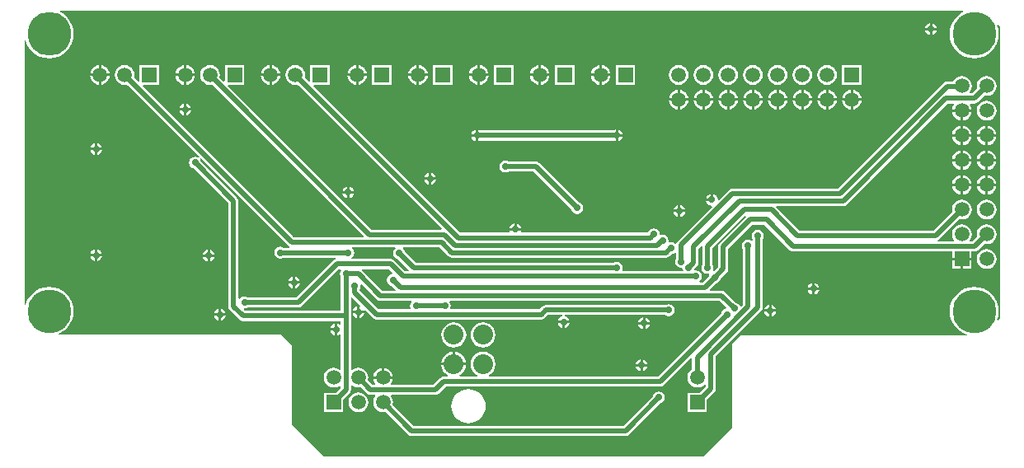
<source format=gbl>
G04*
G04 #@! TF.GenerationSoftware,Altium Limited,Altium Designer,19.0.15 (446)*
G04*
G04 Layer_Physical_Order=2*
G04 Layer_Color=16711680*
%FSLAX25Y25*%
%MOIN*%
G70*
G01*
G75*
%ADD95C,0.02000*%
%ADD96C,0.17717*%
%ADD97O,0.17717X0.17717*%
%ADD98R,0.05906X0.05906*%
%ADD99C,0.05906*%
%ADD100R,0.05906X0.05906*%
%ADD101C,0.05906*%
%ADD102C,0.08000*%
%ADD103R,0.05906X0.05906*%
%ADD104C,0.02756*%
G36*
X381234Y181500D02*
X379997Y180839D01*
X378495Y179607D01*
X377263Y178106D01*
X376348Y176393D01*
X375784Y174535D01*
X375594Y172602D01*
X375784Y170670D01*
X376348Y168812D01*
X377263Y167099D01*
X378495Y165598D01*
X379997Y164366D01*
X381709Y163451D01*
X383568Y162887D01*
X385500Y162696D01*
X387433Y162887D01*
X389291Y163451D01*
X391003Y164366D01*
X392505Y165598D01*
X393737Y167099D01*
X394652Y168812D01*
X395216Y170670D01*
X395406Y172602D01*
X395216Y174535D01*
X394774Y175989D01*
X395213Y176265D01*
X395500Y176000D01*
X396000Y175500D01*
Y57500D01*
X395204Y56704D01*
X394762Y56969D01*
X395216Y58465D01*
X395406Y60398D01*
X395216Y62330D01*
X394652Y64188D01*
X393737Y65901D01*
X392505Y67402D01*
X391003Y68634D01*
X389291Y69550D01*
X387433Y70113D01*
X385500Y70304D01*
X383568Y70113D01*
X381709Y69550D01*
X379997Y68634D01*
X378495Y67402D01*
X377263Y65901D01*
X376348Y64188D01*
X375784Y62330D01*
X375594Y60398D01*
X375784Y58465D01*
X376348Y56607D01*
X377263Y54894D01*
X378495Y53393D01*
X379997Y52161D01*
X381709Y51246D01*
X382519Y51000D01*
X382445Y50500D01*
X291000D01*
X287500Y47000D01*
Y13000D01*
X276000Y1500D01*
X122500D01*
X109500Y14500D01*
Y46500D01*
X105181Y50819D01*
X15537D01*
X15412Y51319D01*
X16988Y52161D01*
X18489Y53393D01*
X19721Y54894D01*
X20636Y56607D01*
X21200Y58465D01*
X21390Y60398D01*
X21200Y62330D01*
X20636Y64188D01*
X19721Y65901D01*
X18489Y67402D01*
X16988Y68634D01*
X15275Y69550D01*
X13417Y70113D01*
X11484Y70304D01*
X9552Y70113D01*
X7693Y69550D01*
X5981Y68634D01*
X4480Y67402D01*
X3248Y65901D01*
X2332Y64188D01*
X2000Y63093D01*
X1500Y63167D01*
Y169833D01*
X2000Y169907D01*
X2332Y168812D01*
X3248Y167099D01*
X4480Y165598D01*
X5981Y164366D01*
X7693Y163451D01*
X9552Y162887D01*
X11484Y162696D01*
X13417Y162887D01*
X15275Y163451D01*
X16988Y164366D01*
X18489Y165598D01*
X19721Y167099D01*
X20636Y168812D01*
X21200Y170670D01*
X21390Y172602D01*
X21200Y174535D01*
X20636Y176393D01*
X19721Y178106D01*
X18489Y179607D01*
X16988Y180839D01*
X15751Y181500D01*
X15876Y182000D01*
X381108D01*
X381234Y181500D01*
D02*
G37*
%LPC*%
G36*
X368500Y176825D02*
Y175000D01*
X370325D01*
X370240Y175428D01*
X369714Y176214D01*
X368928Y176740D01*
X368500Y176825D01*
D02*
G37*
G36*
X367500D02*
X367072Y176740D01*
X366286Y176214D01*
X365760Y175428D01*
X365675Y175000D01*
X367500D01*
Y176825D01*
D02*
G37*
G36*
X370325Y174000D02*
X368500D01*
Y172175D01*
X368928Y172260D01*
X369714Y172786D01*
X370240Y173572D01*
X370325Y174000D01*
D02*
G37*
G36*
X367500D02*
X365675D01*
X365760Y173572D01*
X366286Y172786D01*
X367072Y172260D01*
X367500Y172175D01*
Y174000D01*
D02*
G37*
G36*
X101500Y159921D02*
Y156500D01*
X104921D01*
X104851Y157032D01*
X104453Y157993D01*
X103819Y158819D01*
X102993Y159453D01*
X102032Y159851D01*
X101500Y159921D01*
D02*
G37*
G36*
X136500D02*
Y156500D01*
X139921D01*
X139851Y157032D01*
X139453Y157993D01*
X138819Y158819D01*
X137993Y159453D01*
X137032Y159851D01*
X136500Y159921D01*
D02*
G37*
G36*
X67000D02*
Y156500D01*
X70421D01*
X70351Y157032D01*
X69953Y157993D01*
X69319Y158819D01*
X68493Y159453D01*
X67532Y159851D01*
X67000Y159921D01*
D02*
G37*
G36*
X161125D02*
Y156500D01*
X164546D01*
X164476Y157032D01*
X164078Y157993D01*
X163444Y158819D01*
X162618Y159453D01*
X161657Y159851D01*
X161125Y159921D01*
D02*
G37*
G36*
X32500D02*
Y156500D01*
X35921D01*
X35851Y157032D01*
X35453Y157993D01*
X34819Y158819D01*
X33993Y159453D01*
X33032Y159851D01*
X32500Y159921D01*
D02*
G37*
G36*
X185750Y159921D02*
Y156500D01*
X189171D01*
X189101Y157032D01*
X188703Y157993D01*
X188069Y158819D01*
X187243Y159453D01*
X186282Y159851D01*
X185750Y159921D01*
D02*
G37*
G36*
X235000D02*
Y156500D01*
X238421D01*
X238351Y157032D01*
X237953Y157993D01*
X237319Y158819D01*
X236493Y159453D01*
X235532Y159851D01*
X235000Y159921D01*
D02*
G37*
G36*
X210375D02*
Y156500D01*
X213796D01*
X213726Y157032D01*
X213328Y157993D01*
X212694Y158819D01*
X211868Y159453D01*
X210907Y159851D01*
X210375Y159921D01*
D02*
G37*
G36*
X184750Y159921D02*
X184218Y159851D01*
X183257Y159453D01*
X182431Y158819D01*
X181797Y157993D01*
X181399Y157032D01*
X181329Y156500D01*
X184750D01*
Y159921D01*
D02*
G37*
G36*
X234000D02*
X233468Y159851D01*
X232507Y159453D01*
X231681Y158819D01*
X231047Y157993D01*
X230649Y157032D01*
X230579Y156500D01*
X234000D01*
Y159921D01*
D02*
G37*
G36*
X209375D02*
X208843Y159851D01*
X207882Y159453D01*
X207056Y158819D01*
X206422Y157993D01*
X206024Y157032D01*
X205954Y156500D01*
X209375D01*
Y159921D01*
D02*
G37*
G36*
X135500D02*
X134968Y159851D01*
X134007Y159453D01*
X133181Y158819D01*
X132547Y157993D01*
X132149Y157032D01*
X132079Y156500D01*
X135500D01*
Y159921D01*
D02*
G37*
G36*
X100500D02*
X99968Y159851D01*
X99007Y159453D01*
X98181Y158819D01*
X97547Y157993D01*
X97149Y157032D01*
X97079Y156500D01*
X100500D01*
Y159921D01*
D02*
G37*
G36*
X160125D02*
X159593Y159851D01*
X158632Y159453D01*
X157806Y158819D01*
X157172Y157993D01*
X156774Y157032D01*
X156704Y156500D01*
X160125D01*
Y159921D01*
D02*
G37*
G36*
X66000D02*
X65468Y159851D01*
X64507Y159453D01*
X63681Y158819D01*
X63047Y157993D01*
X62649Y157032D01*
X62579Y156500D01*
X66000D01*
Y159921D01*
D02*
G37*
G36*
X31500D02*
X30968Y159851D01*
X30007Y159453D01*
X29181Y158819D01*
X28547Y157993D01*
X28149Y157032D01*
X28079Y156500D01*
X31500D01*
Y159921D01*
D02*
G37*
G36*
X234000Y155500D02*
X230579D01*
X230649Y154968D01*
X231047Y154007D01*
X231681Y153181D01*
X232507Y152547D01*
X233468Y152149D01*
X234000Y152079D01*
Y155500D01*
D02*
G37*
G36*
X209375D02*
X205954D01*
X206024Y154968D01*
X206422Y154007D01*
X207056Y153181D01*
X207882Y152547D01*
X208843Y152149D01*
X209375Y152079D01*
Y155500D01*
D02*
G37*
G36*
X184750D02*
X181329D01*
X181399Y154968D01*
X181797Y154007D01*
X182431Y153181D01*
X183257Y152547D01*
X184218Y152149D01*
X184750Y152079D01*
Y155500D01*
D02*
G37*
G36*
X164546D02*
X161125D01*
Y152079D01*
X161657Y152149D01*
X162618Y152547D01*
X163444Y153181D01*
X164078Y154007D01*
X164476Y154968D01*
X164546Y155500D01*
D02*
G37*
G36*
X139921D02*
X136500D01*
Y152079D01*
X137032Y152149D01*
X137993Y152547D01*
X138819Y153181D01*
X139453Y154007D01*
X139851Y154968D01*
X139921Y155500D01*
D02*
G37*
G36*
X104921D02*
X101500D01*
Y152079D01*
X102032Y152149D01*
X102993Y152547D01*
X103819Y153181D01*
X104453Y154007D01*
X104851Y154968D01*
X104921Y155500D01*
D02*
G37*
G36*
X70421D02*
X67000D01*
Y152079D01*
X67532Y152149D01*
X68493Y152547D01*
X69319Y153181D01*
X69953Y154007D01*
X70351Y154968D01*
X70421Y155500D01*
D02*
G37*
G36*
X35921D02*
X32500D01*
Y152079D01*
X33032Y152149D01*
X33993Y152547D01*
X34819Y153181D01*
X35453Y154007D01*
X35851Y154968D01*
X35921Y155500D01*
D02*
G37*
G36*
X160125D02*
X156704D01*
X156774Y154968D01*
X157172Y154007D01*
X157806Y153181D01*
X158632Y152547D01*
X159593Y152149D01*
X160125Y152079D01*
Y155500D01*
D02*
G37*
G36*
X135500D02*
X132079D01*
X132149Y154968D01*
X132547Y154007D01*
X133181Y153181D01*
X134007Y152547D01*
X134968Y152149D01*
X135500Y152079D01*
Y155500D01*
D02*
G37*
G36*
X100500D02*
X97079D01*
X97149Y154968D01*
X97547Y154007D01*
X98181Y153181D01*
X99007Y152547D01*
X99968Y152149D01*
X100500Y152079D01*
Y155500D01*
D02*
G37*
G36*
X66000D02*
X62579D01*
X62649Y154968D01*
X63047Y154007D01*
X63681Y153181D01*
X64507Y152547D01*
X65468Y152149D01*
X66000Y152079D01*
Y155500D01*
D02*
G37*
G36*
X31500D02*
X28079D01*
X28149Y154968D01*
X28547Y154007D01*
X29181Y153181D01*
X30007Y152547D01*
X30968Y152149D01*
X31500Y152079D01*
Y155500D01*
D02*
G37*
G36*
X238421D02*
X235000D01*
Y152079D01*
X235532Y152149D01*
X236493Y152547D01*
X237319Y153181D01*
X237953Y154007D01*
X238351Y154968D01*
X238421Y155500D01*
D02*
G37*
G36*
X213796D02*
X210375D01*
Y152079D01*
X210907Y152149D01*
X211868Y152547D01*
X212694Y153181D01*
X213328Y154007D01*
X213726Y154968D01*
X213796Y155500D01*
D02*
G37*
G36*
X189171D02*
X185750D01*
Y152079D01*
X186282Y152149D01*
X187243Y152547D01*
X188069Y153181D01*
X188703Y154007D01*
X189101Y154968D01*
X189171Y155500D01*
D02*
G37*
G36*
X339953Y159953D02*
X332047D01*
Y152047D01*
X339953D01*
Y159953D01*
D02*
G37*
G36*
X248453D02*
X240547D01*
Y152047D01*
X248453D01*
Y159953D01*
D02*
G37*
G36*
X223828D02*
X215922D01*
Y152047D01*
X223828D01*
Y159953D01*
D02*
G37*
G36*
X199203D02*
X191297D01*
Y152047D01*
X199203D01*
Y159953D01*
D02*
G37*
G36*
X174578D02*
X166672D01*
Y152047D01*
X174578D01*
Y159953D01*
D02*
G37*
G36*
X149953D02*
X142047D01*
Y152047D01*
X149953D01*
Y159953D01*
D02*
G37*
G36*
X326000Y159987D02*
X324968Y159851D01*
X324007Y159453D01*
X323181Y158819D01*
X322547Y157993D01*
X322149Y157032D01*
X322013Y156000D01*
X322149Y154968D01*
X322547Y154007D01*
X323181Y153181D01*
X324007Y152547D01*
X324968Y152149D01*
X326000Y152013D01*
X327032Y152149D01*
X327993Y152547D01*
X328819Y153181D01*
X329453Y154007D01*
X329851Y154968D01*
X329987Y156000D01*
X329851Y157032D01*
X329453Y157993D01*
X328819Y158819D01*
X327993Y159453D01*
X327032Y159851D01*
X326000Y159987D01*
D02*
G37*
G36*
X316000D02*
X314968Y159851D01*
X314006Y159453D01*
X313181Y158819D01*
X312547Y157993D01*
X312149Y157032D01*
X312013Y156000D01*
X312149Y154968D01*
X312547Y154007D01*
X313181Y153181D01*
X314006Y152547D01*
X314968Y152149D01*
X316000Y152013D01*
X317032Y152149D01*
X317993Y152547D01*
X318819Y153181D01*
X319453Y154007D01*
X319851Y154968D01*
X319987Y156000D01*
X319851Y157032D01*
X319453Y157993D01*
X318819Y158819D01*
X317993Y159453D01*
X317032Y159851D01*
X316000Y159987D01*
D02*
G37*
G36*
X306000D02*
X304968Y159851D01*
X304007Y159453D01*
X303181Y158819D01*
X302547Y157993D01*
X302149Y157032D01*
X302013Y156000D01*
X302149Y154968D01*
X302547Y154007D01*
X303181Y153181D01*
X304007Y152547D01*
X304968Y152149D01*
X306000Y152013D01*
X307032Y152149D01*
X307993Y152547D01*
X308819Y153181D01*
X309453Y154007D01*
X309851Y154968D01*
X309987Y156000D01*
X309851Y157032D01*
X309453Y157993D01*
X308819Y158819D01*
X307993Y159453D01*
X307032Y159851D01*
X306000Y159987D01*
D02*
G37*
G36*
X296000D02*
X294968Y159851D01*
X294006Y159453D01*
X293181Y158819D01*
X292547Y157993D01*
X292149Y157032D01*
X292013Y156000D01*
X292149Y154968D01*
X292547Y154007D01*
X293181Y153181D01*
X294006Y152547D01*
X294968Y152149D01*
X296000Y152013D01*
X297032Y152149D01*
X297993Y152547D01*
X298819Y153181D01*
X299453Y154007D01*
X299851Y154968D01*
X299987Y156000D01*
X299851Y157032D01*
X299453Y157993D01*
X298819Y158819D01*
X297993Y159453D01*
X297032Y159851D01*
X296000Y159987D01*
D02*
G37*
G36*
X286000D02*
X284968Y159851D01*
X284007Y159453D01*
X283181Y158819D01*
X282547Y157993D01*
X282149Y157032D01*
X282013Y156000D01*
X282149Y154968D01*
X282547Y154007D01*
X283181Y153181D01*
X284007Y152547D01*
X284968Y152149D01*
X286000Y152013D01*
X287032Y152149D01*
X287993Y152547D01*
X288819Y153181D01*
X289453Y154007D01*
X289851Y154968D01*
X289987Y156000D01*
X289851Y157032D01*
X289453Y157993D01*
X288819Y158819D01*
X287993Y159453D01*
X287032Y159851D01*
X286000Y159987D01*
D02*
G37*
G36*
X276000D02*
X274968Y159851D01*
X274007Y159453D01*
X273181Y158819D01*
X272547Y157993D01*
X272149Y157032D01*
X272013Y156000D01*
X272149Y154968D01*
X272547Y154007D01*
X273181Y153181D01*
X274007Y152547D01*
X274968Y152149D01*
X276000Y152013D01*
X277032Y152149D01*
X277993Y152547D01*
X278819Y153181D01*
X279453Y154007D01*
X279851Y154968D01*
X279987Y156000D01*
X279851Y157032D01*
X279453Y157993D01*
X278819Y158819D01*
X277993Y159453D01*
X277032Y159851D01*
X276000Y159987D01*
D02*
G37*
G36*
X266000D02*
X264968Y159851D01*
X264006Y159453D01*
X263181Y158819D01*
X262547Y157993D01*
X262149Y157032D01*
X262013Y156000D01*
X262149Y154968D01*
X262547Y154007D01*
X263181Y153181D01*
X264006Y152547D01*
X264968Y152149D01*
X266000Y152013D01*
X267032Y152149D01*
X267993Y152547D01*
X268819Y153181D01*
X269453Y154007D01*
X269851Y154968D01*
X269987Y156000D01*
X269851Y157032D01*
X269453Y157993D01*
X268819Y158819D01*
X267993Y159453D01*
X267032Y159851D01*
X266000Y159987D01*
D02*
G37*
G36*
X336500Y149921D02*
Y146500D01*
X339921D01*
X339851Y147032D01*
X339453Y147993D01*
X338819Y148819D01*
X337993Y149453D01*
X337032Y149851D01*
X336500Y149921D01*
D02*
G37*
G36*
X316500D02*
Y146500D01*
X319921D01*
X319851Y147032D01*
X319453Y147993D01*
X318819Y148819D01*
X317993Y149453D01*
X317032Y149851D01*
X316500Y149921D01*
D02*
G37*
G36*
X296500D02*
Y146500D01*
X299921D01*
X299851Y147032D01*
X299453Y147993D01*
X298819Y148819D01*
X297993Y149453D01*
X297032Y149851D01*
X296500Y149921D01*
D02*
G37*
G36*
X286500D02*
Y146500D01*
X289921D01*
X289851Y147032D01*
X289453Y147993D01*
X288819Y148819D01*
X287993Y149453D01*
X287032Y149851D01*
X286500Y149921D01*
D02*
G37*
G36*
X276500D02*
Y146500D01*
X279921D01*
X279851Y147032D01*
X279453Y147993D01*
X278819Y148819D01*
X277993Y149453D01*
X277032Y149851D01*
X276500Y149921D01*
D02*
G37*
G36*
X266500D02*
Y146500D01*
X269921D01*
X269851Y147032D01*
X269453Y147993D01*
X268819Y148819D01*
X267993Y149453D01*
X267032Y149851D01*
X266500Y149921D01*
D02*
G37*
G36*
X326500D02*
Y146500D01*
X329921D01*
X329851Y147032D01*
X329453Y147993D01*
X328819Y148819D01*
X327993Y149453D01*
X327032Y149851D01*
X326500Y149921D01*
D02*
G37*
G36*
X306500D02*
Y146500D01*
X309921D01*
X309851Y147032D01*
X309453Y147993D01*
X308819Y148819D01*
X307993Y149453D01*
X307032Y149851D01*
X306500Y149921D01*
D02*
G37*
G36*
X335500Y149921D02*
X334968Y149851D01*
X334007Y149453D01*
X333181Y148819D01*
X332547Y147993D01*
X332149Y147032D01*
X332079Y146500D01*
X335500D01*
Y149921D01*
D02*
G37*
G36*
X315500D02*
X314968Y149851D01*
X314006Y149453D01*
X313181Y148819D01*
X312547Y147993D01*
X312149Y147032D01*
X312079Y146500D01*
X315500D01*
Y149921D01*
D02*
G37*
G36*
X295500D02*
X294968Y149851D01*
X294006Y149453D01*
X293181Y148819D01*
X292547Y147993D01*
X292149Y147032D01*
X292079Y146500D01*
X295500D01*
Y149921D01*
D02*
G37*
G36*
X285500D02*
X284968Y149851D01*
X284007Y149453D01*
X283181Y148819D01*
X282547Y147993D01*
X282149Y147032D01*
X282079Y146500D01*
X285500D01*
Y149921D01*
D02*
G37*
G36*
X275500D02*
X274968Y149851D01*
X274007Y149453D01*
X273181Y148819D01*
X272547Y147993D01*
X272149Y147032D01*
X272079Y146500D01*
X275500D01*
Y149921D01*
D02*
G37*
G36*
X265500D02*
X264968Y149851D01*
X264006Y149453D01*
X263181Y148819D01*
X262547Y147993D01*
X262149Y147032D01*
X262079Y146500D01*
X265500D01*
Y149921D01*
D02*
G37*
G36*
X325500D02*
X324968Y149851D01*
X324007Y149453D01*
X323181Y148819D01*
X322547Y147993D01*
X322149Y147032D01*
X322079Y146500D01*
X325500D01*
Y149921D01*
D02*
G37*
G36*
X305500D02*
X304968Y149851D01*
X304007Y149453D01*
X303181Y148819D01*
X302547Y147993D01*
X302149Y147032D01*
X302079Y146500D01*
X305500D01*
Y149921D01*
D02*
G37*
G36*
X67000Y144325D02*
Y142500D01*
X68825D01*
X68740Y142928D01*
X68214Y143714D01*
X67428Y144240D01*
X67000Y144325D01*
D02*
G37*
G36*
X66000D02*
X65572Y144240D01*
X64786Y143714D01*
X64260Y142928D01*
X64175Y142500D01*
X66000D01*
Y144325D01*
D02*
G37*
G36*
X335500Y145500D02*
X332079D01*
X332149Y144968D01*
X332547Y144007D01*
X333181Y143181D01*
X334007Y142547D01*
X334968Y142149D01*
X335500Y142079D01*
Y145500D01*
D02*
G37*
G36*
X325500D02*
X322079D01*
X322149Y144968D01*
X322547Y144007D01*
X323181Y143181D01*
X324007Y142547D01*
X324968Y142149D01*
X325500Y142079D01*
Y145500D01*
D02*
G37*
G36*
X315500D02*
X312079D01*
X312149Y144968D01*
X312547Y144007D01*
X313181Y143181D01*
X314006Y142547D01*
X314968Y142149D01*
X315500Y142079D01*
Y145500D01*
D02*
G37*
G36*
X305500D02*
X302079D01*
X302149Y144968D01*
X302547Y144007D01*
X303181Y143181D01*
X304007Y142547D01*
X304968Y142149D01*
X305500Y142079D01*
Y145500D01*
D02*
G37*
G36*
X295500D02*
X292079D01*
X292149Y144968D01*
X292547Y144007D01*
X293181Y143181D01*
X294006Y142547D01*
X294968Y142149D01*
X295500Y142079D01*
Y145500D01*
D02*
G37*
G36*
X285500D02*
X282079D01*
X282149Y144968D01*
X282547Y144007D01*
X283181Y143181D01*
X284007Y142547D01*
X284968Y142149D01*
X285500Y142079D01*
Y145500D01*
D02*
G37*
G36*
X275500D02*
X272079D01*
X272149Y144968D01*
X272547Y144007D01*
X273181Y143181D01*
X274007Y142547D01*
X274968Y142149D01*
X275500Y142079D01*
Y145500D01*
D02*
G37*
G36*
X265500D02*
X262079D01*
X262149Y144968D01*
X262547Y144007D01*
X263181Y143181D01*
X264006Y142547D01*
X264968Y142149D01*
X265500Y142079D01*
Y145500D01*
D02*
G37*
G36*
X339921D02*
X336500D01*
Y142079D01*
X337032Y142149D01*
X337993Y142547D01*
X338819Y143181D01*
X339453Y144007D01*
X339851Y144968D01*
X339921Y145500D01*
D02*
G37*
G36*
X329921D02*
X326500D01*
Y142079D01*
X327032Y142149D01*
X327993Y142547D01*
X328819Y143181D01*
X329453Y144007D01*
X329851Y144968D01*
X329921Y145500D01*
D02*
G37*
G36*
X319921D02*
X316500D01*
Y142079D01*
X317032Y142149D01*
X317993Y142547D01*
X318819Y143181D01*
X319453Y144007D01*
X319851Y144968D01*
X319921Y145500D01*
D02*
G37*
G36*
X309921D02*
X306500D01*
Y142079D01*
X307032Y142149D01*
X307993Y142547D01*
X308819Y143181D01*
X309453Y144007D01*
X309851Y144968D01*
X309921Y145500D01*
D02*
G37*
G36*
X299921D02*
X296500D01*
Y142079D01*
X297032Y142149D01*
X297993Y142547D01*
X298819Y143181D01*
X299453Y144007D01*
X299851Y144968D01*
X299921Y145500D01*
D02*
G37*
G36*
X289921D02*
X286500D01*
Y142079D01*
X287032Y142149D01*
X287993Y142547D01*
X288819Y143181D01*
X289453Y144007D01*
X289851Y144968D01*
X289921Y145500D01*
D02*
G37*
G36*
X279921D02*
X276500D01*
Y142079D01*
X277032Y142149D01*
X277993Y142547D01*
X278819Y143181D01*
X279453Y144007D01*
X279851Y144968D01*
X279921Y145500D01*
D02*
G37*
G36*
X269921D02*
X266500D01*
Y142079D01*
X267032Y142149D01*
X267993Y142547D01*
X268819Y143181D01*
X269453Y144007D01*
X269851Y144968D01*
X269921Y145500D01*
D02*
G37*
G36*
X68825Y141500D02*
X67000D01*
Y139675D01*
X67428Y139760D01*
X68214Y140286D01*
X68740Y141072D01*
X68825Y141500D01*
D02*
G37*
G36*
X66000D02*
X64175D01*
X64260Y141072D01*
X64786Y140286D01*
X65572Y139760D01*
X66000Y139675D01*
Y141500D01*
D02*
G37*
G36*
X380000Y141000D02*
X376579D01*
X376649Y140468D01*
X377047Y139507D01*
X377681Y138681D01*
X378507Y138047D01*
X379468Y137649D01*
X380000Y137579D01*
Y141000D01*
D02*
G37*
G36*
X384421D02*
X381000D01*
Y137579D01*
X381532Y137649D01*
X382493Y138047D01*
X383319Y138681D01*
X383953Y139507D01*
X384351Y140468D01*
X384421Y141000D01*
D02*
G37*
G36*
X390500Y145487D02*
X389468Y145351D01*
X388507Y144953D01*
X387681Y144319D01*
X387047Y143493D01*
X386649Y142532D01*
X386513Y141500D01*
X386649Y140468D01*
X387047Y139507D01*
X387681Y138681D01*
X388507Y138047D01*
X389468Y137649D01*
X390500Y137513D01*
X391532Y137649D01*
X392493Y138047D01*
X393319Y138681D01*
X393953Y139507D01*
X394351Y140468D01*
X394487Y141500D01*
X394351Y142532D01*
X393953Y143493D01*
X393319Y144319D01*
X392493Y144953D01*
X391532Y145351D01*
X390500Y145487D01*
D02*
G37*
G36*
X240500Y133825D02*
X240072Y133740D01*
X239772Y133539D01*
X185738D01*
X185438Y133740D01*
X185010Y133825D01*
Y131500D01*
Y129175D01*
X185438Y129260D01*
X185738Y129461D01*
X239772D01*
X240072Y129260D01*
X240500Y129175D01*
Y131500D01*
Y133825D01*
D02*
G37*
G36*
X391000Y135421D02*
Y132000D01*
X394421D01*
X394351Y132532D01*
X393953Y133493D01*
X393319Y134319D01*
X392493Y134953D01*
X391532Y135351D01*
X391000Y135421D01*
D02*
G37*
G36*
X381000D02*
Y132000D01*
X384421D01*
X384351Y132532D01*
X383953Y133493D01*
X383319Y134319D01*
X382493Y134953D01*
X381532Y135351D01*
X381000Y135421D01*
D02*
G37*
G36*
X390000D02*
X389468Y135351D01*
X388507Y134953D01*
X387681Y134319D01*
X387047Y133493D01*
X386649Y132532D01*
X386579Y132000D01*
X390000D01*
Y135421D01*
D02*
G37*
G36*
X380000D02*
X379468Y135351D01*
X378507Y134953D01*
X377681Y134319D01*
X377047Y133493D01*
X376649Y132532D01*
X376579Y132000D01*
X380000D01*
Y135421D01*
D02*
G37*
G36*
X241500Y133825D02*
Y132000D01*
X243325D01*
X243240Y132428D01*
X242714Y133214D01*
X241928Y133740D01*
X241500Y133825D01*
D02*
G37*
G36*
X184010D02*
X183582Y133740D01*
X182795Y133214D01*
X182270Y132428D01*
X182185Y132000D01*
X184010D01*
Y133825D01*
D02*
G37*
G36*
X243325Y131000D02*
X241500D01*
Y129175D01*
X241928Y129260D01*
X242714Y129786D01*
X243240Y130572D01*
X243325Y131000D01*
D02*
G37*
G36*
X184010D02*
X182185D01*
X182270Y130572D01*
X182795Y129786D01*
X183582Y129260D01*
X184010Y129175D01*
Y131000D01*
D02*
G37*
G36*
X390000Y131000D02*
X386579D01*
X386649Y130468D01*
X387047Y129507D01*
X387681Y128681D01*
X388507Y128047D01*
X389468Y127649D01*
X390000Y127579D01*
Y131000D01*
D02*
G37*
G36*
X380000D02*
X376579D01*
X376649Y130468D01*
X377047Y129507D01*
X377681Y128681D01*
X378507Y128047D01*
X379468Y127649D01*
X380000Y127579D01*
Y131000D01*
D02*
G37*
G36*
X384421D02*
X381000D01*
Y127579D01*
X381532Y127649D01*
X382493Y128047D01*
X383319Y128681D01*
X383953Y129507D01*
X384351Y130468D01*
X384421Y131000D01*
D02*
G37*
G36*
X394421D02*
X391000D01*
Y127579D01*
X391532Y127649D01*
X392493Y128047D01*
X393319Y128681D01*
X393953Y129507D01*
X394351Y130468D01*
X394421Y131000D01*
D02*
G37*
G36*
X31000Y128325D02*
Y126500D01*
X32825D01*
X32740Y126928D01*
X32214Y127714D01*
X31428Y128240D01*
X31000Y128325D01*
D02*
G37*
G36*
X30000D02*
X29572Y128240D01*
X28786Y127714D01*
X28260Y126928D01*
X28175Y126500D01*
X30000D01*
Y128325D01*
D02*
G37*
G36*
X32825Y125500D02*
X31000D01*
Y123675D01*
X31428Y123760D01*
X32214Y124286D01*
X32740Y125072D01*
X32825Y125500D01*
D02*
G37*
G36*
X30000D02*
X28175D01*
X28260Y125072D01*
X28786Y124286D01*
X29572Y123760D01*
X30000Y123675D01*
Y125500D01*
D02*
G37*
G36*
X391000Y125421D02*
Y122000D01*
X394421D01*
X394351Y122532D01*
X393953Y123493D01*
X393319Y124319D01*
X392493Y124953D01*
X391532Y125351D01*
X391000Y125421D01*
D02*
G37*
G36*
X381000D02*
Y122000D01*
X384421D01*
X384351Y122532D01*
X383953Y123493D01*
X383319Y124319D01*
X382493Y124953D01*
X381532Y125351D01*
X381000Y125421D01*
D02*
G37*
G36*
X390000D02*
X389468Y125351D01*
X388507Y124953D01*
X387681Y124319D01*
X387047Y123493D01*
X386649Y122532D01*
X386579Y122000D01*
X390000D01*
Y125421D01*
D02*
G37*
G36*
X380000D02*
X379468Y125351D01*
X378507Y124953D01*
X377681Y124319D01*
X377047Y123493D01*
X376649Y122532D01*
X376579Y122000D01*
X380000D01*
Y125421D01*
D02*
G37*
G36*
X390000Y121000D02*
X386579D01*
X386649Y120468D01*
X387047Y119507D01*
X387681Y118681D01*
X388507Y118047D01*
X389468Y117649D01*
X390000Y117579D01*
Y121000D01*
D02*
G37*
G36*
X380000D02*
X376579D01*
X376649Y120468D01*
X377047Y119507D01*
X377681Y118681D01*
X378507Y118047D01*
X379468Y117649D01*
X380000Y117579D01*
Y121000D01*
D02*
G37*
G36*
X384421D02*
X381000D01*
Y117579D01*
X381532Y117649D01*
X382493Y118047D01*
X383319Y118681D01*
X383953Y119507D01*
X384351Y120468D01*
X384421Y121000D01*
D02*
G37*
G36*
X394421D02*
X391000D01*
Y117579D01*
X391532Y117649D01*
X392493Y118047D01*
X393319Y118681D01*
X393953Y119507D01*
X394351Y120468D01*
X394421Y121000D01*
D02*
G37*
G36*
X166000Y116325D02*
Y114500D01*
X167825D01*
X167740Y114928D01*
X167214Y115714D01*
X166428Y116240D01*
X166000Y116325D01*
D02*
G37*
G36*
X165000D02*
X164572Y116240D01*
X163786Y115714D01*
X163260Y114928D01*
X163175Y114500D01*
X165000D01*
Y116325D01*
D02*
G37*
G36*
X391000Y115421D02*
Y112000D01*
X394421D01*
X394351Y112532D01*
X393953Y113493D01*
X393319Y114319D01*
X392493Y114953D01*
X391532Y115351D01*
X391000Y115421D01*
D02*
G37*
G36*
X381000D02*
Y112000D01*
X384421D01*
X384351Y112532D01*
X383953Y113493D01*
X383319Y114319D01*
X382493Y114953D01*
X381532Y115351D01*
X381000Y115421D01*
D02*
G37*
G36*
X390000D02*
X389468Y115351D01*
X388507Y114953D01*
X387681Y114319D01*
X387047Y113493D01*
X386649Y112532D01*
X386579Y112000D01*
X390000D01*
Y115421D01*
D02*
G37*
G36*
X380000D02*
X379468Y115351D01*
X378507Y114953D01*
X377681Y114319D01*
X377047Y113493D01*
X376649Y112532D01*
X376579Y112000D01*
X380000D01*
Y115421D01*
D02*
G37*
G36*
X167825Y113500D02*
X166000D01*
Y111675D01*
X166428Y111760D01*
X167214Y112286D01*
X167740Y113072D01*
X167825Y113500D01*
D02*
G37*
G36*
X165000D02*
X163175D01*
X163260Y113072D01*
X163786Y112286D01*
X164572Y111760D01*
X165000Y111675D01*
Y113500D01*
D02*
G37*
G36*
X132928Y110825D02*
Y109000D01*
X134753D01*
X134668Y109428D01*
X134142Y110214D01*
X133356Y110740D01*
X132928Y110825D01*
D02*
G37*
G36*
X131928D02*
X131500Y110740D01*
X130713Y110214D01*
X130188Y109428D01*
X130103Y109000D01*
X131928D01*
Y110825D01*
D02*
G37*
G36*
X390000Y111000D02*
X386579D01*
X386649Y110468D01*
X387047Y109507D01*
X387681Y108681D01*
X388507Y108047D01*
X389468Y107649D01*
X390000Y107579D01*
Y111000D01*
D02*
G37*
G36*
X380000D02*
X376579D01*
X376649Y110468D01*
X377047Y109507D01*
X377681Y108681D01*
X378507Y108047D01*
X379468Y107649D01*
X380000Y107579D01*
Y111000D01*
D02*
G37*
G36*
X394421D02*
X391000D01*
Y107579D01*
X391532Y107649D01*
X392493Y108047D01*
X393319Y108681D01*
X393953Y109507D01*
X394351Y110468D01*
X394421Y111000D01*
D02*
G37*
G36*
X384421D02*
X381000D01*
Y107579D01*
X381532Y107649D01*
X382493Y108047D01*
X383319Y108681D01*
X383953Y109507D01*
X384351Y110468D01*
X384421Y111000D01*
D02*
G37*
G36*
X134753Y108000D02*
X132928D01*
Y106175D01*
X133356Y106260D01*
X134142Y106786D01*
X134668Y107572D01*
X134753Y108000D01*
D02*
G37*
G36*
X131928D02*
X130103D01*
X130188Y107572D01*
X130713Y106786D01*
X131500Y106260D01*
X131928Y106175D01*
Y108000D01*
D02*
G37*
G36*
X278953Y107825D02*
X278525Y107740D01*
X277738Y107214D01*
X277213Y106428D01*
X277128Y106000D01*
X278953D01*
Y107825D01*
D02*
G37*
G36*
X266740Y103325D02*
Y101500D01*
X268565D01*
X268480Y101928D01*
X267954Y102714D01*
X267168Y103240D01*
X266740Y103325D01*
D02*
G37*
G36*
X265740D02*
X265312Y103240D01*
X264526Y102714D01*
X264000Y101928D01*
X263915Y101500D01*
X265740D01*
Y103325D01*
D02*
G37*
G36*
X196000Y121424D02*
X195072Y121240D01*
X194286Y120714D01*
X193760Y119928D01*
X193576Y119000D01*
X193760Y118072D01*
X194286Y117286D01*
X195072Y116760D01*
X196000Y116576D01*
X196928Y116760D01*
X197228Y116961D01*
X207345D01*
X222701Y101604D01*
X222772Y101250D01*
X223297Y100463D01*
X224084Y99938D01*
X225012Y99753D01*
X225940Y99938D01*
X226726Y100463D01*
X227252Y101250D01*
X227436Y102178D01*
X227252Y103105D01*
X226726Y103892D01*
X225940Y104418D01*
X225585Y104488D01*
X209631Y120442D01*
X208970Y120884D01*
X208190Y121039D01*
X197228D01*
X196928Y121240D01*
X196000Y121424D01*
D02*
G37*
G36*
X268565Y100500D02*
X266740D01*
Y98675D01*
X267168Y98760D01*
X267954Y99286D01*
X268480Y100072D01*
X268565Y100500D01*
D02*
G37*
G36*
X265740D02*
X263915D01*
X264000Y100072D01*
X264526Y99286D01*
X265312Y98760D01*
X265740Y98675D01*
Y100500D01*
D02*
G37*
G36*
X390500Y105487D02*
X389468Y105351D01*
X388507Y104953D01*
X387681Y104319D01*
X387047Y103493D01*
X386649Y102532D01*
X386513Y101500D01*
X386649Y100468D01*
X387047Y99507D01*
X387681Y98681D01*
X388507Y98047D01*
X389468Y97649D01*
X390500Y97513D01*
X391532Y97649D01*
X392493Y98047D01*
X393319Y98681D01*
X393953Y99507D01*
X394351Y100468D01*
X394487Y101500D01*
X394351Y102532D01*
X393953Y103493D01*
X393319Y104319D01*
X392493Y104953D01*
X391532Y105351D01*
X390500Y105487D01*
D02*
G37*
G36*
X200500Y95825D02*
Y94000D01*
X202325D01*
X202240Y94428D01*
X201714Y95214D01*
X200928Y95740D01*
X200500Y95825D01*
D02*
G37*
G36*
X199500D02*
X199072Y95740D01*
X198286Y95214D01*
X197760Y94428D01*
X197675Y94000D01*
X199500D01*
Y95825D01*
D02*
G37*
G36*
X111000Y159987D02*
X109968Y159851D01*
X109007Y159453D01*
X108181Y158819D01*
X107547Y157993D01*
X107149Y157032D01*
X107013Y156000D01*
X107149Y154968D01*
X107547Y154007D01*
X108181Y153181D01*
X109007Y152547D01*
X109968Y152149D01*
X111000Y152013D01*
X111975Y152141D01*
X170237Y93879D01*
X170046Y93417D01*
X141967D01*
X83798Y151585D01*
X83990Y152047D01*
X90453D01*
Y159953D01*
X82547D01*
Y153490D01*
X82085Y153298D01*
X80359Y155025D01*
X80487Y156000D01*
X80351Y157032D01*
X79953Y157993D01*
X79319Y158819D01*
X78493Y159453D01*
X77532Y159851D01*
X76500Y159987D01*
X75468Y159851D01*
X74507Y159453D01*
X73681Y158819D01*
X73047Y157993D01*
X72649Y157032D01*
X72513Y156000D01*
X72649Y154968D01*
X73047Y154007D01*
X73681Y153181D01*
X74507Y152547D01*
X75468Y152149D01*
X76500Y152013D01*
X77475Y152141D01*
X138737Y90879D01*
X138546Y90417D01*
X110467D01*
X49299Y151585D01*
X49490Y152047D01*
X55953D01*
Y159953D01*
X48047D01*
Y153490D01*
X47585Y153298D01*
X45859Y155025D01*
X45987Y156000D01*
X45851Y157032D01*
X45453Y157993D01*
X44819Y158819D01*
X43993Y159453D01*
X43032Y159851D01*
X42000Y159987D01*
X40968Y159851D01*
X40007Y159453D01*
X39181Y158819D01*
X38547Y157993D01*
X38149Y157032D01*
X38013Y156000D01*
X38149Y154968D01*
X38547Y154007D01*
X39181Y153181D01*
X40007Y152547D01*
X40968Y152149D01*
X42000Y152013D01*
X42975Y152141D01*
X72287Y122829D01*
X72290Y122765D01*
X72042Y122566D01*
X71803Y122489D01*
X71428Y122740D01*
X70500Y122924D01*
X69572Y122740D01*
X68786Y122214D01*
X68260Y121428D01*
X68076Y120500D01*
X68260Y119572D01*
X68786Y118786D01*
X69572Y118260D01*
X69927Y118190D01*
X83961Y104155D01*
Y62398D01*
X84116Y61617D01*
X84558Y60956D01*
X88456Y57058D01*
X88456Y57058D01*
X89117Y56616D01*
X89898Y56461D01*
X89898Y56461D01*
X129461D01*
Y55151D01*
X128961Y54884D01*
X128428Y55240D01*
X128000Y55325D01*
Y53000D01*
Y50675D01*
X128428Y50760D01*
X128961Y51116D01*
X129461Y50849D01*
Y36841D01*
X128961Y36594D01*
X128493Y36953D01*
X127532Y37351D01*
X126500Y37487D01*
X125468Y37351D01*
X124507Y36953D01*
X123681Y36319D01*
X123047Y35493D01*
X122649Y34532D01*
X122513Y33500D01*
X122649Y32468D01*
X123047Y31507D01*
X123681Y30681D01*
X124507Y30047D01*
X125468Y29649D01*
X126500Y29513D01*
X127532Y29649D01*
X128493Y30047D01*
X128961Y30406D01*
X129461Y30159D01*
Y29345D01*
X127569Y27453D01*
X122547D01*
Y19547D01*
X130453D01*
Y24569D01*
X132942Y27058D01*
X133384Y27720D01*
X133539Y28500D01*
Y30159D01*
X134039Y30406D01*
X134507Y30047D01*
X135468Y29649D01*
X136500Y29513D01*
X137475Y29642D01*
X140011Y27105D01*
X140672Y26663D01*
X141453Y26508D01*
X143196D01*
X143442Y26008D01*
X143047Y25493D01*
X142649Y24532D01*
X142513Y23500D01*
X142649Y22468D01*
X143047Y21507D01*
X143681Y20681D01*
X144507Y20047D01*
X145468Y19649D01*
X146500Y19513D01*
X147475Y19642D01*
X156558Y10558D01*
X157220Y10116D01*
X158000Y9961D01*
X158000Y9961D01*
X244500D01*
X245280Y10116D01*
X245942Y10558D01*
X258573Y23189D01*
X258928Y23260D01*
X259714Y23786D01*
X260240Y24572D01*
X260424Y25500D01*
X260240Y26428D01*
X259714Y27214D01*
X258928Y27740D01*
X258000Y27924D01*
X257072Y27740D01*
X256286Y27214D01*
X255760Y26428D01*
X255690Y26073D01*
X243655Y14039D01*
X158845D01*
X150358Y22525D01*
X150487Y23500D01*
X150351Y24532D01*
X149953Y25493D01*
X149558Y26008D01*
X149804Y26508D01*
X167528D01*
X168309Y26663D01*
X168970Y27105D01*
X171826Y29961D01*
X258500D01*
X259280Y30116D01*
X259942Y30558D01*
X270961Y41577D01*
X271461Y41370D01*
Y36918D01*
X270681Y36319D01*
X270047Y35493D01*
X269649Y34532D01*
X269513Y33500D01*
X269649Y32468D01*
X270047Y31507D01*
X270681Y30681D01*
X271507Y30047D01*
X272468Y29649D01*
X273500Y29513D01*
X274532Y29649D01*
X275493Y30047D01*
X276319Y30681D01*
X276461Y30865D01*
X276961Y30696D01*
Y29845D01*
X274569Y27453D01*
X269547D01*
Y19547D01*
X277453D01*
Y24569D01*
X280442Y27558D01*
X280442Y27558D01*
X280884Y28220D01*
X281039Y29000D01*
Y42136D01*
X299442Y60538D01*
X299884Y61200D01*
X300039Y61980D01*
Y89772D01*
X300240Y90072D01*
X300425Y91000D01*
X300240Y91928D01*
X299714Y92714D01*
X298928Y93240D01*
X298000Y93424D01*
X297072Y93240D01*
X296286Y92714D01*
X295760Y91928D01*
X295575Y91000D01*
X295760Y90072D01*
X295961Y89772D01*
Y89151D01*
X295461Y88884D01*
X294928Y89240D01*
X294000Y89425D01*
X293072Y89240D01*
X292286Y88714D01*
X291760Y87928D01*
X291576Y87000D01*
X291760Y86072D01*
X291961Y85772D01*
Y63068D01*
X291229Y62336D01*
X290689Y62503D01*
X290214Y63214D01*
X289428Y63740D01*
X289073Y63810D01*
X284820Y68064D01*
X284158Y68506D01*
X283378Y68661D01*
X278698D01*
X278507Y69123D01*
X281073Y71689D01*
X281428Y71760D01*
X282214Y72286D01*
X282740Y73072D01*
X282810Y73427D01*
X285442Y76058D01*
X285884Y76720D01*
X286039Y77500D01*
Y85655D01*
X295845Y95461D01*
X300655D01*
X311011Y85105D01*
X311672Y84663D01*
X312453Y84508D01*
X376547D01*
Y82000D01*
X380500D01*
X384453D01*
Y84508D01*
X385547D01*
X386328Y84663D01*
X386989Y85105D01*
X389525Y87642D01*
X390500Y87513D01*
X391532Y87649D01*
X392493Y88047D01*
X393319Y88681D01*
X393953Y89507D01*
X394351Y90468D01*
X394487Y91500D01*
X394351Y92532D01*
X393953Y93493D01*
X393319Y94319D01*
X392493Y94953D01*
X391532Y95351D01*
X390500Y95487D01*
X389468Y95351D01*
X388507Y94953D01*
X387681Y94319D01*
X387047Y93493D01*
X386649Y92532D01*
X386513Y91500D01*
X386642Y90525D01*
X384703Y88586D01*
X383877D01*
X383630Y89086D01*
X383953Y89507D01*
X384351Y90468D01*
X384487Y91500D01*
X384351Y92532D01*
X383953Y93493D01*
X383319Y94319D01*
X382493Y94953D01*
X381532Y95351D01*
X380500Y95487D01*
X379468Y95351D01*
X378507Y94953D01*
X377681Y94319D01*
X377047Y93493D01*
X376649Y92532D01*
X376513Y91500D01*
X376649Y90468D01*
X377047Y89507D01*
X377370Y89086D01*
X377123Y88586D01*
X370681D01*
X370632Y89086D01*
X370780Y89116D01*
X371442Y89558D01*
X379525Y97641D01*
X380500Y97513D01*
X381532Y97649D01*
X382493Y98047D01*
X383319Y98681D01*
X383953Y99507D01*
X384351Y100468D01*
X384487Y101500D01*
X384351Y102532D01*
X383953Y103493D01*
X383319Y104319D01*
X382493Y104953D01*
X381532Y105351D01*
X380500Y105487D01*
X379468Y105351D01*
X378507Y104953D01*
X377681Y104319D01*
X377047Y103493D01*
X376649Y102532D01*
X376513Y101500D01*
X376642Y100525D01*
X369155Y93039D01*
X314845D01*
X305423Y102461D01*
X305630Y102961D01*
X332500D01*
X333280Y103116D01*
X333942Y103558D01*
X374845Y144461D01*
X377159D01*
X377406Y143961D01*
X377047Y143493D01*
X376649Y142532D01*
X376579Y142000D01*
X380500D01*
X384421D01*
X384351Y142532D01*
X383953Y143493D01*
X383594Y143961D01*
X383841Y144461D01*
X385500D01*
X386280Y144616D01*
X386942Y145058D01*
X389525Y147642D01*
X390500Y147513D01*
X391532Y147649D01*
X392493Y148047D01*
X393319Y148681D01*
X393953Y149507D01*
X394351Y150468D01*
X394487Y151500D01*
X394351Y152532D01*
X393953Y153493D01*
X393319Y154319D01*
X392493Y154953D01*
X391532Y155351D01*
X390500Y155487D01*
X389468Y155351D01*
X388507Y154953D01*
X387681Y154319D01*
X387047Y153493D01*
X386649Y152532D01*
X386513Y151500D01*
X386642Y150525D01*
X384655Y148539D01*
X383841D01*
X383594Y149039D01*
X383953Y149507D01*
X384351Y150468D01*
X384487Y151500D01*
X384351Y152532D01*
X383953Y153493D01*
X383319Y154319D01*
X382493Y154953D01*
X381532Y155351D01*
X380500Y155487D01*
X379468Y155351D01*
X378507Y154953D01*
X377681Y154319D01*
X377047Y153493D01*
X376979Y153329D01*
X374547D01*
X373767Y153174D01*
X373105Y152732D01*
X330413Y110039D01*
X287757D01*
X286977Y109884D01*
X286315Y109442D01*
X282342Y105468D01*
X281842Y105676D01*
X281693Y106428D01*
X281167Y107214D01*
X280381Y107740D01*
X279953Y107825D01*
Y105500D01*
X279453D01*
Y105000D01*
X277128D01*
X277213Y104572D01*
X277738Y103786D01*
X278525Y103260D01*
X279277Y103110D01*
X279484Y102611D01*
X265585Y88712D01*
X265143Y88050D01*
X265121Y87938D01*
X264584Y87802D01*
X263928Y88240D01*
X263000Y88424D01*
X262292Y88284D01*
X261877Y88632D01*
X261859Y88669D01*
X261925Y89000D01*
X261740Y89928D01*
X261214Y90714D01*
X260428Y91240D01*
X259500Y91425D01*
X258895Y91304D01*
X258471Y91481D01*
X258390Y91675D01*
X258240Y92428D01*
X257714Y93214D01*
X256928Y93740D01*
X256000Y93924D01*
X255072Y93740D01*
X254286Y93214D01*
X253760Y92428D01*
X253707Y92161D01*
X202521D01*
X202258Y92661D01*
X202325Y93000D01*
X197675D01*
X197742Y92661D01*
X197479Y92161D01*
X177723D01*
X118298Y151585D01*
X118490Y152047D01*
X124953D01*
Y159953D01*
X117047D01*
Y153490D01*
X116585Y153298D01*
X114858Y155025D01*
X114987Y156000D01*
X114851Y157032D01*
X114453Y157993D01*
X113819Y158819D01*
X112993Y159453D01*
X112032Y159851D01*
X111000Y159987D01*
D02*
G37*
G36*
X31000Y85441D02*
Y83616D01*
X32825D01*
X32740Y84044D01*
X32214Y84830D01*
X31428Y85356D01*
X31000Y85441D01*
D02*
G37*
G36*
X30000D02*
X29572Y85356D01*
X28786Y84830D01*
X28260Y84044D01*
X28175Y83616D01*
X30000D01*
Y85441D01*
D02*
G37*
G36*
X76500Y85286D02*
Y83461D01*
X78325D01*
X78240Y83889D01*
X77714Y84675D01*
X76928Y85201D01*
X76500Y85286D01*
D02*
G37*
G36*
X75500D02*
X75072Y85201D01*
X74286Y84675D01*
X73760Y83889D01*
X73675Y83461D01*
X75500D01*
Y85286D01*
D02*
G37*
G36*
X32825Y82616D02*
X31000D01*
Y80791D01*
X31428Y80876D01*
X32214Y81402D01*
X32740Y82188D01*
X32825Y82616D01*
D02*
G37*
G36*
X30000D02*
X28175D01*
X28260Y82188D01*
X28786Y81402D01*
X29572Y80876D01*
X30000Y80791D01*
Y82616D01*
D02*
G37*
G36*
X78325Y82461D02*
X76500D01*
Y80636D01*
X76928Y80721D01*
X77714Y81246D01*
X78240Y82033D01*
X78325Y82461D01*
D02*
G37*
G36*
X75500D02*
X73675D01*
X73760Y82033D01*
X74286Y81246D01*
X75072Y80721D01*
X75500Y80636D01*
Y82461D01*
D02*
G37*
G36*
X384453Y81000D02*
X381000D01*
Y77547D01*
X384453D01*
Y81000D01*
D02*
G37*
G36*
X380000D02*
X376547D01*
Y77547D01*
X380000D01*
Y81000D01*
D02*
G37*
G36*
X390500Y85487D02*
X389468Y85351D01*
X388507Y84953D01*
X387681Y84319D01*
X387047Y83493D01*
X386649Y82532D01*
X386513Y81500D01*
X386649Y80468D01*
X387047Y79507D01*
X387681Y78681D01*
X388507Y78047D01*
X389468Y77649D01*
X390500Y77513D01*
X391532Y77649D01*
X392493Y78047D01*
X393319Y78681D01*
X393953Y79507D01*
X394351Y80468D01*
X394487Y81500D01*
X394351Y82532D01*
X393953Y83493D01*
X393319Y84319D01*
X392493Y84953D01*
X391532Y85351D01*
X390500Y85487D01*
D02*
G37*
G36*
X321000Y71825D02*
Y70000D01*
X322825D01*
X322740Y70428D01*
X322214Y71214D01*
X321428Y71740D01*
X321000Y71825D01*
D02*
G37*
G36*
X320000D02*
X319572Y71740D01*
X318786Y71214D01*
X318260Y70428D01*
X318175Y70000D01*
X320000D01*
Y71825D01*
D02*
G37*
G36*
X322825Y69000D02*
X321000D01*
Y67175D01*
X321428Y67260D01*
X322214Y67786D01*
X322740Y68572D01*
X322825Y69000D01*
D02*
G37*
G36*
X320000D02*
X318175D01*
X318260Y68572D01*
X318786Y67786D01*
X319572Y67260D01*
X320000Y67175D01*
Y69000D01*
D02*
G37*
G36*
X303500Y63039D02*
Y61214D01*
X305325D01*
X305240Y61642D01*
X304714Y62429D01*
X303928Y62954D01*
X303500Y63039D01*
D02*
G37*
G36*
X302500D02*
X302072Y62954D01*
X301286Y62429D01*
X300760Y61642D01*
X300675Y61214D01*
X302500D01*
Y63039D01*
D02*
G37*
G36*
X81000Y61325D02*
Y59500D01*
X82825D01*
X82740Y59928D01*
X82214Y60714D01*
X81428Y61240D01*
X81000Y61325D01*
D02*
G37*
G36*
X80000D02*
X79572Y61240D01*
X78786Y60714D01*
X78260Y59928D01*
X78175Y59500D01*
X80000D01*
Y61325D01*
D02*
G37*
G36*
X305325Y60214D02*
X303500D01*
Y58389D01*
X303928Y58474D01*
X304714Y59000D01*
X305240Y59787D01*
X305325Y60214D01*
D02*
G37*
G36*
X302500D02*
X300675D01*
X300760Y59787D01*
X301286Y59000D01*
X302072Y58474D01*
X302500Y58389D01*
Y60214D01*
D02*
G37*
G36*
X82825Y58500D02*
X81000D01*
Y56675D01*
X81428Y56760D01*
X82214Y57286D01*
X82740Y58072D01*
X82825Y58500D01*
D02*
G37*
G36*
X80000D02*
X78175D01*
X78260Y58072D01*
X78786Y57286D01*
X79572Y56760D01*
X80000Y56675D01*
Y58500D01*
D02*
G37*
G36*
X127000Y55325D02*
X126572Y55240D01*
X125786Y54714D01*
X125260Y53928D01*
X125175Y53500D01*
X127000D01*
Y55325D01*
D02*
G37*
G36*
Y52500D02*
X125175D01*
X125260Y52072D01*
X125786Y51286D01*
X126572Y50760D01*
X127000Y50675D01*
Y52500D01*
D02*
G37*
G36*
X136500Y27487D02*
X135468Y27351D01*
X134507Y26953D01*
X133681Y26319D01*
X133047Y25493D01*
X132649Y24532D01*
X132513Y23500D01*
X132649Y22468D01*
X133047Y21507D01*
X133681Y20681D01*
X134507Y20047D01*
X135468Y19649D01*
X136500Y19513D01*
X137532Y19649D01*
X138493Y20047D01*
X139319Y20681D01*
X139953Y21507D01*
X140351Y22468D01*
X140487Y23500D01*
X140351Y24532D01*
X139953Y25493D01*
X139319Y26319D01*
X138493Y26953D01*
X137532Y27351D01*
X136500Y27487D01*
D02*
G37*
G36*
X181000Y28939D02*
X179646Y28806D01*
X178345Y28411D01*
X177145Y27770D01*
X176093Y26907D01*
X175231Y25855D01*
X174589Y24655D01*
X174194Y23354D01*
X174061Y22000D01*
X174194Y20646D01*
X174589Y19345D01*
X175231Y18145D01*
X176093Y17094D01*
X177145Y16230D01*
X178345Y15589D01*
X179646Y15194D01*
X181000Y15061D01*
X182354Y15194D01*
X183655Y15589D01*
X184855Y16230D01*
X185907Y17094D01*
X186769Y18145D01*
X187411Y19345D01*
X187806Y20646D01*
X187939Y22000D01*
X187806Y23354D01*
X187411Y24655D01*
X186769Y25855D01*
X185907Y26907D01*
X184855Y27770D01*
X183655Y28411D01*
X182354Y28806D01*
X181000Y28939D01*
D02*
G37*
%LPD*%
G36*
X72829Y122287D02*
X108180Y86936D01*
X108774Y86539D01*
X108767Y86268D01*
X108691Y86039D01*
X106411D01*
X105928Y86362D01*
X105000Y86547D01*
X104072Y86362D01*
X103286Y85836D01*
X102760Y85050D01*
X102576Y84122D01*
X102760Y83194D01*
X103286Y82408D01*
X104072Y81882D01*
X105000Y81697D01*
X105928Y81882D01*
X106046Y81961D01*
X127409D01*
X127458Y81461D01*
X127072Y81384D01*
X126410Y80942D01*
X111508Y66039D01*
X91728D01*
X91428Y66240D01*
X90500Y66425D01*
X89572Y66240D01*
X88786Y65714D01*
X88539Y65346D01*
X88039Y65497D01*
Y105000D01*
X87884Y105780D01*
X87442Y106442D01*
X72811Y121073D01*
X72740Y121428D01*
X72489Y121803D01*
X72566Y122042D01*
X72765Y122291D01*
X72829Y122287D01*
D02*
G37*
G36*
X293033Y99124D02*
X293186Y98570D01*
X282558Y87942D01*
X282116Y87280D01*
X281961Y86500D01*
Y78345D01*
X280190Y76573D01*
X279801Y76892D01*
X279922Y77072D01*
X280106Y78000D01*
X279922Y78928D01*
X279721Y79228D01*
Y85837D01*
X293013Y99129D01*
X293033Y99124D01*
D02*
G37*
G36*
X172951Y82680D02*
X173612Y82238D01*
X174393Y82083D01*
X260917D01*
X261698Y82238D01*
X262359Y82680D01*
X263318Y83639D01*
X263928Y83760D01*
X264488Y84134D01*
X264988Y83867D01*
Y81701D01*
X264787Y81401D01*
X264603Y80473D01*
X264787Y79545D01*
X265313Y78759D01*
X266099Y78233D01*
X267027Y78048D01*
X267118Y78066D01*
X267635Y77703D01*
X267760Y77072D01*
X267814Y76992D01*
X267578Y76551D01*
X243422D01*
X243186Y76992D01*
X243240Y77072D01*
X243425Y78000D01*
X243240Y78928D01*
X242714Y79714D01*
X241928Y80240D01*
X241000Y80424D01*
X240072Y80240D01*
X239772Y80039D01*
X159845D01*
X155310Y84573D01*
X155240Y84928D01*
X154714Y85714D01*
X154528Y85839D01*
X154680Y86339D01*
X169292D01*
X172951Y82680D01*
D02*
G37*
G36*
X151472Y85839D02*
X151286Y85714D01*
X150760Y84928D01*
X150575Y84000D01*
X150760Y83072D01*
X151286Y82286D01*
X152072Y81760D01*
X152427Y81690D01*
X157065Y77051D01*
X156858Y76551D01*
X155333D01*
X150942Y80942D01*
X150280Y81384D01*
X149500Y81539D01*
X133925D01*
X133774Y82039D01*
X134142Y82286D01*
X134668Y83072D01*
X134852Y84000D01*
X134668Y84928D01*
X134142Y85714D01*
X133956Y85839D01*
X134108Y86339D01*
X151320D01*
X151472Y85839D01*
D02*
G37*
G36*
X275642Y86551D02*
Y79228D01*
X275442Y78928D01*
X275257Y78000D01*
X275442Y77072D01*
X275967Y76286D01*
X276754Y75760D01*
X277681Y75576D01*
X278154Y75669D01*
X278455Y75220D01*
X278260Y74928D01*
X278189Y74573D01*
X275655Y72039D01*
X274480D01*
X274328Y72539D01*
X274714Y72797D01*
X275240Y73584D01*
X275425Y74512D01*
X275240Y75440D01*
X274714Y76226D01*
X273928Y76752D01*
X273000Y76936D01*
X272671Y76871D01*
X272649Y76881D01*
X272286Y77304D01*
X272310Y77427D01*
X273442Y78558D01*
X273884Y79220D01*
X274039Y80000D01*
Y85655D01*
X275197Y86813D01*
X275642Y86551D01*
D02*
G37*
G36*
X150235Y75882D02*
X150070Y75339D01*
X149572Y75240D01*
X148786Y74714D01*
X148260Y73928D01*
X148075Y73000D01*
X148260Y72072D01*
X148786Y71286D01*
X149572Y70760D01*
X149927Y70689D01*
X151493Y69123D01*
X151302Y68661D01*
X146223D01*
X137942Y76942D01*
X137914Y76961D01*
X138065Y77461D01*
X148655D01*
X150235Y75882D01*
D02*
G37*
G36*
X129616Y76961D02*
X129260Y76428D01*
X129076Y75500D01*
X129260Y74572D01*
X129461Y74272D01*
Y60539D01*
X90742D01*
X90145Y61136D01*
X90392Y61597D01*
X90500Y61576D01*
X91428Y61760D01*
X91728Y61961D01*
X112352D01*
X113133Y62116D01*
X113794Y62558D01*
X128697Y77461D01*
X129349D01*
X129616Y76961D01*
D02*
G37*
G36*
X143936Y65180D02*
X144598Y64738D01*
X145378Y64583D01*
X157881D01*
X158073Y64083D01*
X157635Y63428D01*
X157450Y62500D01*
X157617Y61661D01*
X157354Y61161D01*
X144723D01*
X137039Y68845D01*
Y69272D01*
X137240Y69572D01*
X137425Y70500D01*
X137304Y71105D01*
X137765Y71351D01*
X143936Y65180D01*
D02*
G37*
G36*
X137351Y62765D02*
X137105Y62304D01*
X137000Y62325D01*
Y60500D01*
X138825D01*
X138804Y60605D01*
X139265Y60851D01*
X142436Y57680D01*
X143098Y57238D01*
X143878Y57083D01*
X210509D01*
X211290Y57238D01*
X211951Y57680D01*
X213091Y58820D01*
X218924D01*
X218974Y58320D01*
X218572Y58240D01*
X217786Y57714D01*
X217260Y56928D01*
X217175Y56500D01*
X221825D01*
X221740Y56928D01*
X221214Y57714D01*
X220428Y58240D01*
X220026Y58320D01*
X220075Y58820D01*
X260772D01*
X261072Y58619D01*
X262000Y58434D01*
X262928Y58619D01*
X263714Y59145D01*
X264240Y59931D01*
X264424Y60859D01*
X264240Y61787D01*
X263714Y62573D01*
X262928Y63099D01*
X262000Y63284D01*
X261072Y63099D01*
X260772Y62898D01*
X212246D01*
X211466Y62743D01*
X210804Y62301D01*
X210804Y62301D01*
X209665Y61161D01*
X174021D01*
X173758Y61661D01*
X173925Y62500D01*
X173740Y63428D01*
X173302Y64083D01*
X173495Y64583D01*
X282533D01*
X285235Y61882D01*
X285070Y61339D01*
X284572Y61240D01*
X283786Y60714D01*
X283260Y59928D01*
X283190Y59573D01*
X257655Y34039D01*
X189301D01*
X189202Y34539D01*
X189427Y34633D01*
X190472Y35434D01*
X191273Y36478D01*
X191777Y37695D01*
X191949Y39000D01*
X191777Y40305D01*
X191273Y41522D01*
X190472Y42566D01*
X189427Y43367D01*
X188211Y43871D01*
X186906Y44043D01*
X185600Y43871D01*
X184384Y43367D01*
X183340Y42566D01*
X182538Y41522D01*
X182034Y40305D01*
X181862Y39000D01*
X182034Y37695D01*
X182538Y36478D01*
X183340Y35434D01*
X184384Y34633D01*
X184609Y34539D01*
X184510Y34039D01*
X177490D01*
X177391Y34539D01*
X177616Y34633D01*
X178661Y35434D01*
X179462Y36478D01*
X179966Y37695D01*
X180072Y38500D01*
X170117D01*
X170223Y37695D01*
X170727Y36478D01*
X171528Y35434D01*
X172573Y34633D01*
X172798Y34539D01*
X172699Y34039D01*
X170981D01*
X170201Y33884D01*
X169539Y33442D01*
X166684Y30586D01*
X149877D01*
X149630Y31086D01*
X149953Y31507D01*
X150351Y32468D01*
X150421Y33000D01*
X142579D01*
X142649Y32468D01*
X143047Y31507D01*
X143370Y31086D01*
X143123Y30586D01*
X142297D01*
X140358Y32525D01*
X140487Y33500D01*
X140351Y34532D01*
X139953Y35493D01*
X139319Y36319D01*
X138493Y36953D01*
X137532Y37351D01*
X136500Y37487D01*
X135468Y37351D01*
X134507Y36953D01*
X134039Y36594D01*
X133539Y36841D01*
Y58500D01*
Y65870D01*
X134039Y66077D01*
X137351Y62765D01*
D02*
G37*
%LPC*%
G36*
X111000Y74325D02*
Y72500D01*
X112825D01*
X112740Y72928D01*
X112214Y73714D01*
X111428Y74240D01*
X111000Y74325D01*
D02*
G37*
G36*
X110000D02*
X109572Y74240D01*
X108786Y73714D01*
X108260Y72928D01*
X108175Y72500D01*
X110000D01*
Y74325D01*
D02*
G37*
G36*
X112825Y71500D02*
X111000D01*
Y69675D01*
X111428Y69760D01*
X112214Y70286D01*
X112740Y71072D01*
X112825Y71500D01*
D02*
G37*
G36*
X110000D02*
X108175D01*
X108260Y71072D01*
X108786Y70286D01*
X109572Y69760D01*
X110000Y69675D01*
Y71500D01*
D02*
G37*
G36*
X136000Y62325D02*
X135572Y62240D01*
X134786Y61714D01*
X134260Y60928D01*
X134175Y60500D01*
X136000D01*
Y62325D01*
D02*
G37*
G36*
X138825Y59500D02*
X137000D01*
Y57675D01*
X137428Y57760D01*
X138214Y58286D01*
X138740Y59072D01*
X138825Y59500D01*
D02*
G37*
G36*
X136000D02*
X134175D01*
X134260Y59072D01*
X134786Y58286D01*
X135572Y57760D01*
X136000Y57675D01*
Y59500D01*
D02*
G37*
G36*
X252500Y57825D02*
Y56000D01*
X254325D01*
X254240Y56428D01*
X253714Y57214D01*
X252928Y57740D01*
X252500Y57825D01*
D02*
G37*
G36*
X251500D02*
X251072Y57740D01*
X250286Y57214D01*
X249760Y56428D01*
X249675Y56000D01*
X251500D01*
Y57825D01*
D02*
G37*
G36*
X221825Y55500D02*
X220000D01*
Y53675D01*
X220428Y53760D01*
X221214Y54286D01*
X221740Y55072D01*
X221825Y55500D01*
D02*
G37*
G36*
X219000D02*
X217175D01*
X217260Y55072D01*
X217786Y54286D01*
X218572Y53760D01*
X219000Y53675D01*
Y55500D01*
D02*
G37*
G36*
X254325Y55000D02*
X252500D01*
Y53175D01*
X252928Y53260D01*
X253714Y53786D01*
X254240Y54572D01*
X254325Y55000D01*
D02*
G37*
G36*
X251500D02*
X249675D01*
X249760Y54572D01*
X250286Y53786D01*
X251072Y53260D01*
X251500Y53175D01*
Y55000D01*
D02*
G37*
G36*
X186906Y55862D02*
X185600Y55690D01*
X184384Y55186D01*
X183340Y54385D01*
X182538Y53341D01*
X182034Y52124D01*
X181862Y50819D01*
X182034Y49514D01*
X182538Y48297D01*
X183340Y47253D01*
X184384Y46451D01*
X185600Y45948D01*
X186906Y45776D01*
X188211Y45948D01*
X189427Y46451D01*
X190472Y47253D01*
X191273Y48297D01*
X191777Y49514D01*
X191949Y50819D01*
X191777Y52124D01*
X191273Y53341D01*
X190472Y54385D01*
X189427Y55186D01*
X188211Y55690D01*
X186906Y55862D01*
D02*
G37*
G36*
X175094D02*
X173789Y55690D01*
X172573Y55186D01*
X171528Y54385D01*
X170727Y53341D01*
X170223Y52124D01*
X170051Y50819D01*
X170223Y49514D01*
X170727Y48297D01*
X171528Y47253D01*
X172573Y46451D01*
X173789Y45948D01*
X175094Y45776D01*
X176400Y45948D01*
X177616Y46451D01*
X178661Y47253D01*
X179462Y48297D01*
X179966Y49514D01*
X180138Y50819D01*
X179966Y52124D01*
X179462Y53341D01*
X178661Y54385D01*
X177616Y55186D01*
X176400Y55690D01*
X175094Y55862D01*
D02*
G37*
G36*
X175594Y43977D02*
Y39500D01*
X180072D01*
X179966Y40305D01*
X179462Y41522D01*
X178661Y42566D01*
X177616Y43367D01*
X176400Y43871D01*
X175594Y43977D01*
D02*
G37*
G36*
X174594D02*
X173789Y43871D01*
X172573Y43367D01*
X171528Y42566D01*
X170727Y41522D01*
X170223Y40305D01*
X170117Y39500D01*
X174594D01*
Y43977D01*
D02*
G37*
G36*
X251500Y40825D02*
Y39000D01*
X253325D01*
X253240Y39428D01*
X252714Y40214D01*
X251928Y40740D01*
X251500Y40825D01*
D02*
G37*
G36*
X250500D02*
X250072Y40740D01*
X249286Y40214D01*
X248760Y39428D01*
X248675Y39000D01*
X250500D01*
Y40825D01*
D02*
G37*
G36*
X253325Y38000D02*
X251500D01*
Y36175D01*
X251928Y36260D01*
X252714Y36786D01*
X253240Y37572D01*
X253325Y38000D01*
D02*
G37*
G36*
X250500D02*
X248675D01*
X248760Y37572D01*
X249286Y36786D01*
X250072Y36260D01*
X250500Y36175D01*
Y38000D01*
D02*
G37*
G36*
X147000Y37421D02*
Y34000D01*
X150421D01*
X150351Y34532D01*
X149953Y35493D01*
X149319Y36319D01*
X148493Y36953D01*
X147532Y37351D01*
X147000Y37421D01*
D02*
G37*
G36*
X146000D02*
X145468Y37351D01*
X144507Y36953D01*
X143681Y36319D01*
X143047Y35493D01*
X142649Y34532D01*
X142579Y34000D01*
X146000D01*
Y37421D01*
D02*
G37*
%LPD*%
D95*
X105000Y84122D02*
X105122Y84000D01*
X132428D01*
X89898Y58500D02*
X131500D01*
X86000Y62398D02*
X89898Y58500D01*
X86000Y62398D02*
Y105000D01*
X70500Y120500D02*
X86000Y105000D01*
X210509Y59122D02*
X212246Y60859D01*
X262000D01*
X159000Y78000D02*
X241000D01*
X153000Y84000D02*
X159000Y78000D01*
X154488Y74512D02*
X273000D01*
X149500Y79500D02*
X154488Y74512D01*
X127852Y79500D02*
X149500D01*
X112352Y64000D02*
X127852Y79500D01*
X153500Y70000D02*
X276500D01*
X150500Y73000D02*
X153500Y70000D01*
X276500D02*
X280500Y74000D01*
X131500Y75500D02*
X136500D01*
X145378Y66622D02*
X283378D01*
X136500Y75500D02*
X145378Y66622D01*
X135000Y68000D02*
Y70500D01*
Y68000D02*
X143878Y59122D01*
X210509D01*
X284000Y86500D02*
X295000Y97500D01*
X284000Y77500D02*
Y86500D01*
X280500Y74000D02*
X284000Y77500D01*
X277681Y86681D02*
X292500Y101500D01*
X277681Y78000D02*
Y86681D01*
X272000Y86500D02*
X290500Y105000D01*
X272000Y80000D02*
Y86500D01*
X270000Y78000D02*
X272000Y80000D01*
X254622Y90122D02*
X256000Y91500D01*
X176878Y90122D02*
X254622D01*
X332500Y105000D02*
X374000Y146500D01*
X290500Y105000D02*
X332500D01*
X208190Y119000D02*
X225012Y102178D01*
X196000Y119000D02*
X208190D01*
X159875Y62500D02*
X171500D01*
X283378Y66622D02*
X288500Y61500D01*
X262795Y86000D02*
X263000D01*
X267027Y80473D02*
Y87270D01*
X287757Y108000D01*
X259296Y89000D02*
X259500D01*
X184510Y131500D02*
X241000D01*
X170137Y88378D02*
X174393Y84122D01*
X171379Y91378D02*
X175635Y87122D01*
X111000Y156000D02*
X176878Y90122D01*
X175635Y87122D02*
X257417D01*
X259296Y89000D01*
X174393Y84122D02*
X260917D01*
X262795Y86000D01*
X287757Y108000D02*
X331257D01*
X109622Y88378D02*
X170137D01*
X141122Y91378D02*
X171379D01*
X42000Y156000D02*
X109622Y88378D01*
X76500Y156000D02*
X141122Y91378D01*
X90500Y64000D02*
X112352D01*
X294000Y62223D02*
Y87000D01*
X273500Y41723D02*
X294000Y62223D01*
X279000Y42980D02*
X298000Y61980D01*
Y91000D01*
X279000Y29000D02*
Y42980D01*
X273500Y33500D02*
Y41723D01*
X258500Y32000D02*
X285500Y59000D01*
X167528Y28547D02*
X170981Y32000D01*
X258500D01*
X273500Y23500D02*
X279000Y29000D01*
X141453Y28547D02*
X167528D01*
X136500Y33500D02*
X141453Y28547D01*
X131500Y28500D02*
Y58500D01*
X126500Y23500D02*
X131500Y28500D01*
Y58500D02*
Y75500D01*
X331257Y108000D02*
X374547Y151290D01*
X380290D01*
X380500Y151500D01*
X374000Y146500D02*
X385500D01*
X390500Y151500D01*
X314000Y91000D02*
X370000D01*
X303500Y101500D02*
X314000Y91000D01*
X370000D02*
X380500Y101500D01*
X292500D02*
X303500D01*
X385547Y86547D02*
X390500Y91500D01*
X312453Y86547D02*
X385547D01*
X301500Y97500D02*
X312453Y86547D01*
X295000Y97500D02*
X301500D01*
X158000Y12000D02*
X244500D01*
X258000Y25500D01*
X146500Y23500D02*
X158000Y12000D01*
D96*
X11484Y60398D02*
D03*
X385500D02*
D03*
Y172602D02*
D03*
D97*
X11484D02*
D03*
D98*
X380500Y81500D02*
D03*
D99*
X390500D02*
D03*
X380500Y91500D02*
D03*
X390500D02*
D03*
X380500Y101500D02*
D03*
X390500D02*
D03*
X380500Y111500D02*
D03*
X390500D02*
D03*
X380500Y121500D02*
D03*
X390500D02*
D03*
X380500Y131500D02*
D03*
X390500D02*
D03*
X380500Y141500D02*
D03*
X390500D02*
D03*
X380500Y151500D02*
D03*
X390500D02*
D03*
D100*
X336000Y156000D02*
D03*
X52000D02*
D03*
X86500D02*
D03*
X121000D02*
D03*
X146000D02*
D03*
X170625D02*
D03*
X195250D02*
D03*
X219875D02*
D03*
X244500D02*
D03*
X126500Y23500D02*
D03*
D101*
X336000Y146000D02*
D03*
X326000Y156000D02*
D03*
Y146000D02*
D03*
X316000Y156000D02*
D03*
Y146000D02*
D03*
X306000Y156000D02*
D03*
Y146000D02*
D03*
X296000Y156000D02*
D03*
Y146000D02*
D03*
X286000Y156000D02*
D03*
Y146000D02*
D03*
X276000Y156000D02*
D03*
Y146000D02*
D03*
X266000Y156000D02*
D03*
Y146000D02*
D03*
X42000Y156000D02*
D03*
X32000D02*
D03*
X76500D02*
D03*
X66500D02*
D03*
X111000D02*
D03*
X101000D02*
D03*
X136000D02*
D03*
X160625D02*
D03*
X185250D02*
D03*
X209875D02*
D03*
X234500D02*
D03*
X126500Y33500D02*
D03*
X136500Y23500D02*
D03*
Y33500D02*
D03*
X146500Y23500D02*
D03*
Y33500D02*
D03*
X273500D02*
D03*
D102*
X186906Y39000D02*
D03*
X175094D02*
D03*
X186906Y50819D02*
D03*
X175094D02*
D03*
D103*
X273500Y23500D02*
D03*
D104*
X110500Y72000D02*
D03*
X105000Y84122D02*
D03*
X132428Y84000D02*
D03*
X80500Y59000D02*
D03*
X127500Y53000D02*
D03*
X136500Y60000D02*
D03*
X90500Y64000D02*
D03*
X262000Y60859D02*
D03*
X241000Y78000D02*
D03*
X153000Y84000D02*
D03*
X150500Y73000D02*
D03*
X135000Y70500D02*
D03*
X225012Y102178D02*
D03*
X196000Y119000D02*
D03*
X159875Y62500D02*
D03*
X171500D02*
D03*
X263000Y86000D02*
D03*
X270000Y78000D02*
D03*
X267027Y80473D02*
D03*
X259500Y89000D02*
D03*
X256000Y91500D02*
D03*
X184510Y131500D02*
D03*
X241000D02*
D03*
X200000Y93500D02*
D03*
X165500Y114000D02*
D03*
X219500Y56000D02*
D03*
X132428Y108500D02*
D03*
X279453Y105500D02*
D03*
X266240Y101000D02*
D03*
X320500Y69500D02*
D03*
X277681Y78000D02*
D03*
X288500Y61500D02*
D03*
X285500Y59000D02*
D03*
X303000Y60714D02*
D03*
X251000Y38500D02*
D03*
X252000Y55500D02*
D03*
X76000Y82961D02*
D03*
X30500Y83116D02*
D03*
Y126000D02*
D03*
X66500Y142000D02*
D03*
X368000Y174500D02*
D03*
X70500Y120500D02*
D03*
X273000Y74512D02*
D03*
X280500Y74000D02*
D03*
X298000Y91000D02*
D03*
X294000Y87000D02*
D03*
X131500Y75500D02*
D03*
X258000Y25500D02*
D03*
M02*

</source>
